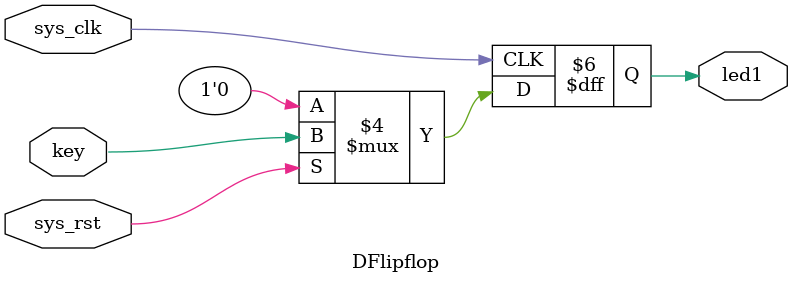
<source format=v>
module DFlipflop
(
	input wire sys_clk,
	input wire sys_rst,
	input wire key,
	
	output reg led1

);

always@(posedge sys_clk)// or negedge sys_rst)
	if (sys_rst == 1'b0)
		led1 <= 1'b0;
	else
		led1 <= key;
		
endmodule

</source>
